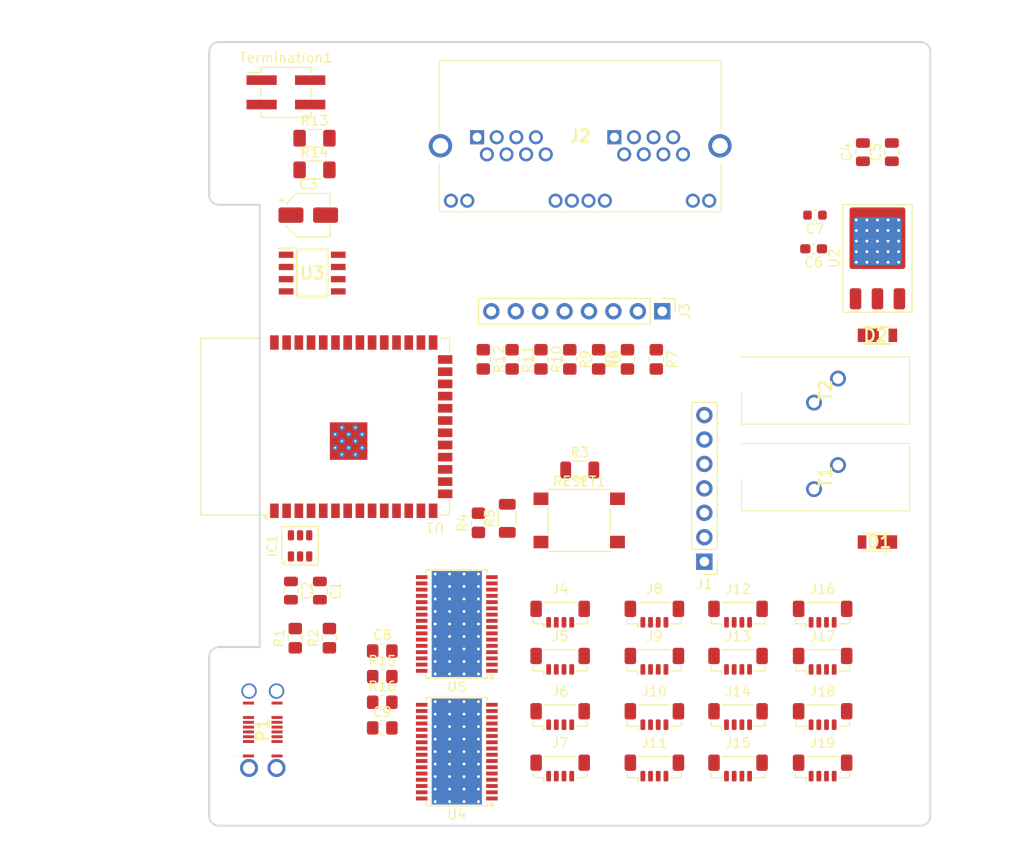
<source format=kicad_pcb>
(kicad_pcb
	(version 20241229)
	(generator "pcbnew")
	(generator_version "9.0")
	(general
		(thickness 1.6)
		(legacy_teardrops no)
	)
	(paper "A4")
	(layers
		(0 "F.Cu" signal)
		(4 "In1.Cu" signal)
		(6 "In2.Cu" signal)
		(2 "B.Cu" signal)
		(9 "F.Adhes" user "F.Adhesive")
		(11 "B.Adhes" user "B.Adhesive")
		(13 "F.Paste" user)
		(15 "B.Paste" user)
		(5 "F.SilkS" user "F.Silkscreen")
		(7 "B.SilkS" user "B.Silkscreen")
		(1 "F.Mask" user)
		(3 "B.Mask" user)
		(17 "Dwgs.User" user "User.Drawings")
		(19 "Cmts.User" user "User.Comments")
		(21 "Eco1.User" user "User.Eco1")
		(23 "Eco2.User" user "User.Eco2")
		(25 "Edge.Cuts" user)
		(27 "Margin" user)
		(31 "F.CrtYd" user "F.Courtyard")
		(29 "B.CrtYd" user "B.Courtyard")
		(35 "F.Fab" user)
		(33 "B.Fab" user)
		(39 "User.1" user)
		(41 "User.2" user)
		(43 "User.3" user)
		(45 "User.4" user)
		(47 "User.5" user)
		(49 "User.6" user)
		(51 "User.7" user)
		(53 "User.8" user)
		(55 "User.9" user)
	)
	(setup
		(stackup
			(layer "F.SilkS"
				(type "Top Silk Screen")
			)
			(layer "F.Paste"
				(type "Top Solder Paste")
			)
			(layer "F.Mask"
				(type "Top Solder Mask")
				(thickness 0.01)
			)
			(layer "F.Cu"
				(type "copper")
				(thickness 0.035)
			)
			(layer "dielectric 1"
				(type "prepreg")
				(thickness 0.1)
				(material "FR4")
				(epsilon_r 4.5)
				(loss_tangent 0.02)
			)
			(layer "In1.Cu"
				(type "copper")
				(thickness 0.035)
			)
			(layer "dielectric 2"
				(type "core")
				(thickness 1.24)
				(material "FR4")
				(epsilon_r 4.5)
				(loss_tangent 0.02)
			)
			(layer "In2.Cu"
				(type "copper")
				(thickness 0.035)
			)
			(layer "dielectric 3"
				(type "prepreg")
				(thickness 0.1)
				(material "FR4")
				(epsilon_r 4.5)
				(loss_tangent 0.02)
			)
			(layer "B.Cu"
				(type "copper")
				(thickness 0.035)
			)
			(layer "B.Mask"
				(type "Bottom Solder Mask")
				(thickness 0.01)
			)
			(layer "B.Paste"
				(type "Bottom Solder Paste")
			)
			(layer "B.SilkS"
				(type "Bottom Silk Screen")
			)
			(copper_finish "HAL lead-free")
			(dielectric_constraints no)
		)
		(pad_to_mask_clearance 0)
		(allow_soldermask_bridges_in_footprints no)
		(tenting front back)
		(pcbplotparams
			(layerselection 0x00000000_00000000_55555555_5755f5ff)
			(plot_on_all_layers_selection 0x00000000_00000000_00000000_00000000)
			(disableapertmacros no)
			(usegerberextensions no)
			(usegerberattributes yes)
			(usegerberadvancedattributes yes)
			(creategerberjobfile yes)
			(dashed_line_dash_ratio 12.000000)
			(dashed_line_gap_ratio 3.000000)
			(svgprecision 4)
			(plotframeref no)
			(mode 1)
			(useauxorigin no)
			(hpglpennumber 1)
			(hpglpenspeed 20)
			(hpglpendiameter 15.000000)
			(pdf_front_fp_property_popups yes)
			(pdf_back_fp_property_popups yes)
			(pdf_metadata yes)
			(pdf_single_document no)
			(dxfpolygonmode yes)
			(dxfimperialunits yes)
			(dxfusepcbnewfont yes)
			(psnegative no)
			(psa4output no)
			(plot_black_and_white yes)
			(sketchpadsonfab no)
			(plotpadnumbers no)
			(hidednponfab no)
			(sketchdnponfab yes)
			(crossoutdnponfab yes)
			(subtractmaskfromsilk no)
			(outputformat 1)
			(mirror no)
			(drillshape 1)
			(scaleselection 1)
			(outputdirectory "")
		)
	)
	(net 0 "")
	(net 1 "Net-(IC1-I{slash}O1_1)")
	(net 2 "GND")
	(net 3 "Net-(IC1-I{slash}O2_1)")
	(net 4 "+3V3")
	(net 5 "Net-(U2-VO)")
	(net 6 "Net-(U2-VCC)")
	(net 7 "CAN +15V")
	(net 8 "Net-(Termination1-Pin_3)")
	(net 9 "Net-(IC1-I{slash}O1_2)")
	(net 10 "Net-(IC1-I{slash}O2_2)")
	(net 11 "Net-(J1-Pin_7)")
	(net 12 "Net-(J1-Pin_4)")
	(net 13 "Net-(J1-Pin_2)")
	(net 14 "Net-(J1-Pin_3)")
	(net 15 "Net-(J1-Pin_6)")
	(net 16 "Net-(J1-Pin_5)")
	(net 17 "Net-(J1-Pin_1)")
	(net 18 "Net-(J2-K_4)")
	(net 19 "Net-(J2-K_2)")
	(net 20 "Net-(J2-A_1)")
	(net 21 "Net-(J2-A_4)")
	(net 22 "Net-(J2-A_3)")
	(net 23 "/CAN/CANL")
	(net 24 "Net-(J2-A_2)")
	(net 25 "Net-(J2-K_1)")
	(net 26 "Net-(P1-CC1)")
	(net 27 "Net-(P1-CC2)")
	(net 28 "Net-(RESET1-A)")
	(net 29 "Net-(U1-IO19)")
	(net 30 "Net-(U1-IO20)")
	(net 31 "Net-(U1-IO0)")
	(net 32 "Net-(U1-IO21)")
	(net 33 "Net-(U1-IO38)")
	(net 34 "Net-(U1-IO39)")
	(net 35 "Net-(U1-IO40)")
	(net 36 "Net-(U1-IO41)")
	(net 37 "Net-(U1-IO42)")
	(net 38 "Net-(Termination1-Pin_1)")
	(net 39 "Net-(Termination1-Pin_2)")
	(net 40 "unconnected-(U1-IO2-Pad38)")
	(net 41 "BLANK")
	(net 42 "unconnected-(U1-IO5-Pad5)")
	(net 43 "unconnected-(U1-IO8-Pad12)")
	(net 44 "unconnected-(U1-IO48-Pad25)")
	(net 45 "CAN_RX")
	(net 46 "unconnected-(U1-IO7-Pad7)")
	(net 47 "unconnected-(U1-IO4-Pad4)")
	(net 48 "unconnected-(U1-IO6-Pad6)")
	(net 49 "unconnected-(U1-IO35-Pad28)")
	(net 50 "unconnected-(U1-IO13-Pad21)")
	(net 51 "unconnected-(U1-IO46-Pad16)")
	(net 52 "SCLK")
	(net 53 "unconnected-(U1-RXD0-Pad36)")
	(net 54 "XLAT")
	(net 55 "unconnected-(U1-IO16-Pad9)")
	(net 56 "unconnected-(U1-IO36-Pad29)")
	(net 57 "unconnected-(U1-IO37-Pad30)")
	(net 58 "unconnected-(U1-IO3-Pad15)")
	(net 59 "unconnected-(U1-IO14-Pad22)")
	(net 60 "unconnected-(U1-IO12-Pad20)")
	(net 61 "unconnected-(U1-TXD0-Pad37)")
	(net 62 "unconnected-(U1-IO47-Pad24)")
	(net 63 "unconnected-(U1-IO15-Pad8)")
	(net 64 "unconnected-(U1-IO45-Pad26)")
	(net 65 "CAN_TX")
	(net 66 "unconnected-(U1-IO1-Pad39)")
	(net 67 "Net-(J11-Pin_2)")
	(net 68 "Net-(J9-Pin_3)")
	(net 69 "Net-(U4-SOUT)")
	(net 70 "Net-(J11-Pin_4)")
	(net 71 "Net-(J8-Pin_2)")
	(net 72 "Net-(J5-Pin_2)")
	(net 73 "Net-(J10-Pin_3)")
	(net 74 "Net-(J11-Pin_3)")
	(net 75 "Net-(J6-Pin_2)")
	(net 76 "Net-(U4-IREF)")
	(net 77 "Net-(J8-Pin_3)")
	(net 78 "Net-(J9-Pin_2)")
	(net 79 "Net-(J7-Pin_2)")
	(net 80 "Net-(J9-Pin_4)")
	(net 81 "Net-(J6-Pin_3)")
	(net 82 "Net-(J4-Pin_4)")
	(net 83 "Net-(J7-Pin_4)")
	(net 84 "SIN")
	(net 85 "Net-(J7-Pin_3)")
	(net 86 "Net-(J5-Pin_3)")
	(net 87 "+3.3V")
	(net 88 "Net-(J4-Pin_3)")
	(net 89 "Net-(J10-Pin_4)")
	(net 90 "Net-(J4-Pin_2)")
	(net 91 "Net-(J8-Pin_4)")
	(net 92 "Net-(J6-Pin_4)")
	(net 93 "Net-(J10-Pin_2)")
	(net 94 "Net-(J5-Pin_4)")
	(net 95 "Net-(J19-Pin_3)")
	(net 96 "Net-(J13-Pin_4)")
	(net 97 "Net-(J16-Pin_4)")
	(net 98 "Net-(J12-Pin_3)")
	(net 99 "Net-(J14-Pin_3)")
	(net 100 "Net-(J18-Pin_4)")
	(net 101 "Net-(U5-IREF)")
	(net 102 "Net-(J18-Pin_2)")
	(net 103 "Net-(J13-Pin_3)")
	(net 104 "Net-(J16-Pin_2)")
	(net 105 "Net-(J14-Pin_4)")
	(net 106 "Net-(J18-Pin_3)")
	(net 107 "Net-(J19-Pin_2)")
	(net 108 "Net-(J16-Pin_3)")
	(net 109 "Net-(J12-Pin_4)")
	(net 110 "Net-(J17-Pin_3)")
	(net 111 "Net-(J17-Pin_4)")
	(net 112 "Net-(J19-Pin_4)")
	(net 113 "Net-(J15-Pin_3)")
	(net 114 "Net-(J17-Pin_2)")
	(net 115 "Net-(J15-Pin_2)")
	(net 116 "Net-(J12-Pin_2)")
	(net 117 "Net-(J14-Pin_2)")
	(net 118 "Net-(J13-Pin_2)")
	(net 119 "Net-(J15-Pin_4)")
	(net 120 "unconnected-(U5-SOUT-Pad29)")
	(net 121 "Net-(J2-PadA5)")
	(net 122 "/CAN/CANH")
	(net 123 "Net-(J2-PadA4)")
	(net 124 "Net-(D1-A)")
	(net 125 "Net-(D2-K)")
	(net 126 "unconnected-(U3-NC-Pad5)")
	(net 127 "unconnected-(U3-NC-Pad8)")
	(footprint "Capacitor_SMD:C_0603_1608Metric" (layer "F.Cu") (at 170 76.5 180))
	(footprint "Resistor_SMD:R_0805_2012Metric_Pad1.20x1.40mm_HandSolder" (layer "F.Cu") (at 115.95 120.5 90))
	(footprint "Resistor_SMD:R_1206_3216Metric_Pad1.30x1.75mm_HandSolder" (layer "F.Cu") (at 117.95 68.5))
	(footprint "Resistor_SMD:R_0805_2012Metric_Pad1.20x1.40mm_HandSolder" (layer "F.Cu") (at 125 121.8333))
	(footprint "Resistor_SMD:R_0805_2012Metric_Pad1.20x1.40mm_HandSolder" (layer "F.Cu") (at 135 108.5 90))
	(footprint "Connector_JST:JST_SUR_BM04B-SURS-TF_1x04-1MP_P0.80mm_Vertical" (layer "F.Cu") (at 153.3 128.65))
	(footprint "Button_Switch_SMD:SW_SPST_PTS645" (layer "F.Cu") (at 145.48 108.25))
	(footprint "Package_SO:HTSSOP-32-1EP_6.1x11mm_P0.65mm_EP5.2x11mm_Mask4.11x4.36mm_ThermalVias" (layer "F.Cu") (at 132.75 119.025 180))
	(footprint "Connector_JST:JST_SUR_BM04B-SURS-TF_1x04-1MP_P0.80mm_Vertical" (layer "F.Cu") (at 162 128.65))
	(footprint "Connector_JST:JST_SUR_BM04B-SURS-TF_1x04-1MP_P0.80mm_Vertical" (layer "F.Cu") (at 143.5 118))
	(footprint "Connector_JST:JST_SUR_BM04B-SURS-TF_1x04-1MP_P0.80mm_Vertical" (layer "F.Cu") (at 162 118))
	(footprint "Resistor_SMD:R_0805_2012Metric_Pad1.20x1.40mm_HandSolder" (layer "F.Cu") (at 144.5 91.5 -90))
	(footprint "Resistor_SMD:R_0805_2012Metric_Pad1.20x1.40mm_HandSolder" (layer "F.Cu") (at 150.5 91.5 90))
	(footprint "Connector_JST:JST_SUR_BM04B-SURS-TF_1x04-1MP_P0.80mm_Vertical" (layer "F.Cu") (at 170.8 118))
	(footprint "Resistor_SMD:R_0805_2012Metric_Pad1.20x1.40mm_HandSolder" (layer "F.Cu") (at 135.5 91.5 -90))
	(footprint "Resistor_SMD:R_0805_2012Metric_Pad1.20x1.40mm_HandSolder" (layer "F.Cu") (at 153.5 91.5 -90))
	(footprint "Resistor_SMD:R_1206_3216Metric" (layer "F.Cu") (at 145.5375 103))
	(footprint "RF_Module:ESP32-S3-WROOM-1" (layer "F.Cu") (at 119.04 98.5 90))
	(footprint "Capacitor_SMD:CP_Elec_4x5.4" (layer "F.Cu") (at 117.3 76.5))
	(footprint "PCM_Package_TO_SOT_SMD_AKL:TO-252-3_TabPin2_ThermalVias" (layer "F.Cu") (at 176.5 81 90))
	(footprint "Connector_PinHeader_2.54mm:PinHeader_1x08_P2.54mm_Vertical" (layer "F.Cu") (at 154.12 86.5 -90))
	(footprint "Capacitor_SMD:C_0805_2012Metric" (layer "F.Cu") (at 115.5 115.55 -90))
	(footprint "SamacSys_Parts:POWERDI123" (layer "F.Cu") (at 176.5 89))
	(footprint "Capacitor_SMD:C_0603_1608Metric_Pad1.08x0.95mm_HandSolder" (layer "F.Cu") (at 169.8625 80 180))
	(footprint "PCM_Package_TO_SOT_SMD_AKL:SOT-23-6" (layer "F.Cu") (at 116.45 110.9 90))
	(footprint "Capacitor_SMD:C_0805_2012Metric" (layer "F.Cu") (at 118.51 115.55 -90))
	(footprint "Connector_JST:JST_SUR_BM04B-SURS-TF_1x04-1MP_P0.80mm_Vertical"
		(layer "F.Cu")
		(uuid "883e77f4-447b-4d98-90aa-0a247be3bf44")
		(at 170.8 128.65)
		(descr "JST SUR series connector, BM04B-SURS-TF (http://www.jst-mfg.com/product/pdf/eng/eSUR.pdf), generated with kicad-footprint-generator")
		(tags "connector JST SUR vertical")
		(property "Reference" "J18"
			(at 0 -2.6 0)
			(layer "F.SilkS")
			(uuid "671740bb-7aae-4418-95fa-00b185833741")
			(effects
				(font
					(size 1 1)
					(thickness 0.15)
				)
			)
		)
		(property "Value" "Conn_01x04"
			(at -8.8 2.6 0)
			(layer "F.Fab")
			(uuid "92c56a29-6ba5-44ad-9899-2c26da4d000e")
			(effects
				(font
					(size 1 1)
					(thickness 0.15)
				)
			)
		)
		(property "Datasheet" ""
			(at 0 0 0)
			(unlocked yes)
			(layer "F.Fab")
			(hide yes)
			(uuid "77c3d1d9-c1c4-4d7e-979a-ff48a0399558")
			(effects
				(font
					(size 1.27 1.27)
					(thickness 0.15)
				)
			)
		)
		(property "Description" "HEADER 1x4 MALE PINS 0.100” 180deg"
			(at 0 0 0)
			(unlocked yes)
			(layer "F.Fab")
			(hide yes)
			(uuid "c6ff34b9-a9db-47e1-9093-bc1a3b97b622")
			(effects
				(font
					(size 1.27 1.27)
					(thickness 0.15)
				)
			)
		)
		(property "Specifications" "HEADER 1x4 MALE PINS 0.100” 180deg"
			(at 0 0 0)
			(unlocked yes)
			(layer "F.Fab")
			(hide yes)
			(uuid "5a2ef51a-c373-404f-ac3e-52fdba904f06")
			(effects
				(font
					(size 1 1)
					(thickness 0.15)
				)
			)
		)
		(property "Manufacturer" "TAD"
			(at 0 0 0)
			(unlocked yes)
			(layer "F.Fab")
			(hide yes)
			(uuid "498ba2b7-cb3e-47b3-95e2-15c79e6c44c0")
			(effects
				(font
					(size 1 1)
					(thickness 0.15)
				)
			)
		)
		(property "Part Number" "1-0401FBV0T"
			(at 0 0 0)
			(unlocked yes)
			(layer "F.Fab")
			(hide yes)
			(uuid "df3243f3-baa7-46d4-a9b4-4af6c74f0e02")
			(effects
				(font
					(size 1 1)
					(thickness 0.15)
				)
			)
		)
		(property ki_fp_filters "Connector*:*_??x*mm* Connector*:*1x??x*mm* Pin?Header?Straight?1X* Pin?Header?Angled?1X* Socket?Strip?Straight?1X* Socket?Strip?Angled?1X*")
		(path "/912f9c62-a88a-4272-b175-bae32a34b33b/e9e8882f-80c4-4308-ac65-622af92369fe")
		(sheetname "LED Drivers")
		(sheetfile "LEDDrivers.kicad_sch")
		(attr smd)
		(fp_line
			(start -2.81 0.56)
			(end -2.81 1.01)
			(stroke
				(width 0.12)
				(type solid)
			)
			(layer "F.SilkS")
			(uuid "840c4dd6-e2d8-43c3-b648-983f81ce3aa3")
		)
		(fp_line
			(start -2.81 1.01)
			(end -1.71 1.01)
			(stroke
				(width 0.12)
				(type solid)
			)
			(layer "F.SilkS")
			(uuid "4041091f-3e92-45db-8b3e-f5d811bb02fc")
		)
		(fp_line
			(start -1.71 1.01)
			(end -1.71 1.4)
			(stroke
				(width 0.12)
				(type solid)
			)
			(layer "F.SilkS")
			(uuid "988ae942-db69-4b68-83ab-d599b7828887")
		)
		(fp_line
			(start -1.64 -1.21)
			(end 1.64 -1.21)
			(stroke
				(width 0.12)
				(type solid)
			)
			(layer "F.SilkS")
			(uuid "cb27460f-1b1d-42bf-a43d-d450332e9bab")
		)
		(fp_line
			(start 2.81 0.56)
			(end 2.81 1.01)
			(stroke
				(width 0.12)
				(type solid)
			)
			(layer "F.SilkS")
			(uuid "6e980e67-ac5e-4c6a-b407-b3b5799fbe81")
		)
		(fp_line
			(start 2.81 1.01)
			(end 1.71 1.01)
			(stroke
				(width 0.12)
				(type solid)
			)
			(layer "F.SilkS")
			(uuid "175fe13a-10e1-4369-a081-e4e771220d56")
		)
		(fp_line
			(start -3.6 -1.9)
			(end -3.6 1.9)
			(stroke
				(width 0.05)
				(type solid)
			)
			(layer "F.CrtYd")
			(uuid "0cfbd67f-872b-41ec-8749-05ef4336002a")
		)
		(fp_line
			(start -3.6 1.9)
			(end 3.6 1.9)
			(stroke
				(width 0.05)
				(type solid)
			)
			(layer "F.CrtYd")
			(uuid "e41e273d-4a7b-4bdb-b2f3-59bb7f129ff0")
		)
		(fp_line
			(start 3.6 -1.9)
			(end -3.6 -1.9)
			(stroke
				(width 0.05)
				(type solid)
			)
			(layer "F.CrtYd")
			(uuid "b75bda35-de92-4e20-8476-dad21f6b0a54")
		)
		(fp_line
			(start 3.6 1.9)
			(end 3.6 -1.9)
			(stroke
				(width 0.05)
				(type solid)
			)
			(layer "F.CrtYd")
			(uuid "196a0397-50eb-49bd-9cbf-ddec5ec8f7fe")
		)
		(fp_line
			(start -2.7 -1.1)
			(end 2.7 -1.1)
			(stroke
				(width 0.1)
				(type solid)
			)
			(layer "F.Fab")
			(uuid "ad864752-3c39-4086-96da-630
... [423676 chars truncated]
</source>
